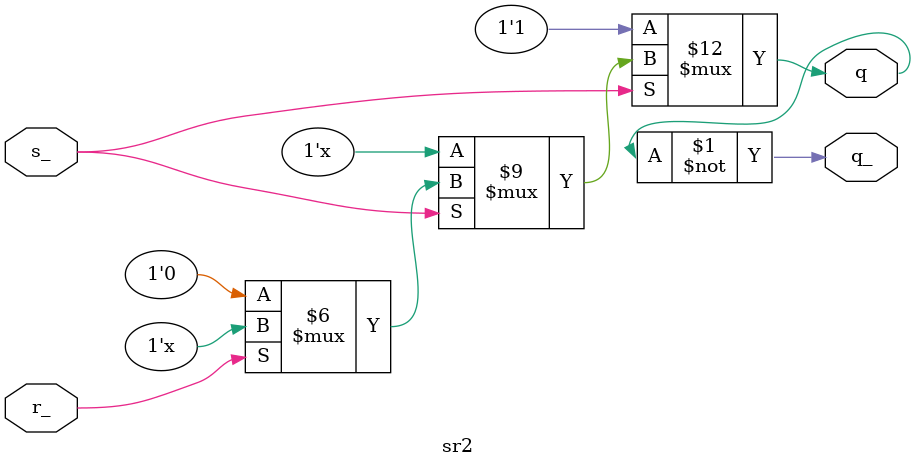
<source format=v>
module sr2(
    input wire s_,
    input wire r_,
    output reg q,
    output q_
);

assign q_ = ~q;

always @*
    if (!s_)
        q = 1;
    else if (!r_)
        q = 0;

endmodule

</source>
